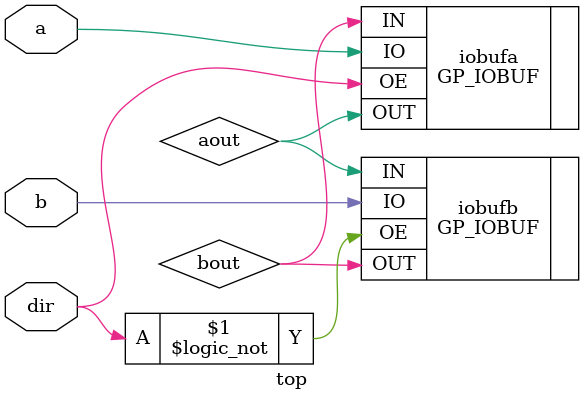
<source format=v>
module top(
    inout  a,
    inout  b,
    input  dir,
);

    wire aout, bout;
    GP_IOBUF iobufa(
        .IO(a),
        .OUT(aout),
        .IN(bout),
        .OE(dir)
    );
    GP_IOBUF iobufb(
        .IO(b),
        .OUT(bout),
        .IN(aout),
        .OE(!dir)
    );

endmodule

</source>
